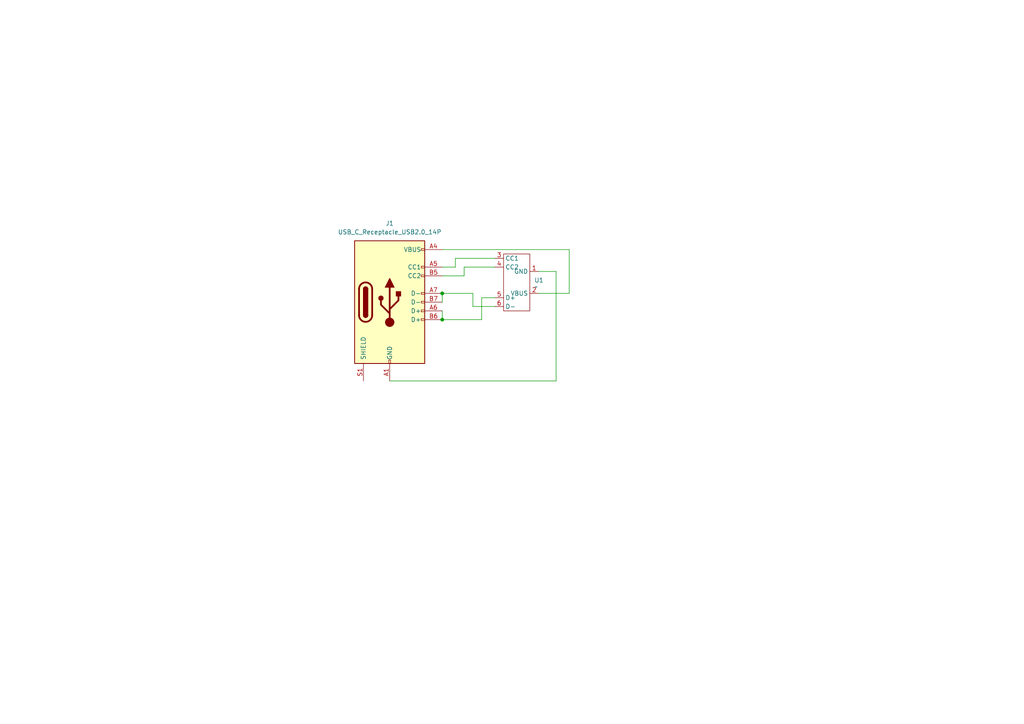
<source format=kicad_sch>
(kicad_sch (version 20231120) (generator "eeschema") (generator_version "8.0")
  (paper "A4")
  (lib_symbols
    (symbol "Connector:USB_C_Receptacle_USB2.0_14P" (pin_names (offset 1.016))
      (property "Reference" "J" (at 0 22.225 0))
      (property "Value" "USB_C_Receptacle_USB2.0_14P" (at 0 19.685 0))
      (symbol "USB_C_Receptacle_USB2.0_14P_0_0"
        (rectangle (start -0.254 -17.78) (end 0.254 -16.764))
        (rectangle (start 10.16 -4.826) (end 9.144 -5.334))
        (rectangle (start 10.16 -2.286) (end 9.144 -2.794))
        (rectangle (start 10.16 0.254) (end 9.144 -0.254))
        (rectangle (start 10.16 2.794) (end 9.144 2.286))
        (rectangle (start 10.16 7.874) (end 9.144 7.366))
        (rectangle (start 10.16 10.414) (end 9.144 9.906))
        (rectangle (start 10.16 15.494) (end 9.144 14.986))
      )
      (symbol "USB_C_Receptacle_USB2.0_14P_0_1"
        (rectangle (start -10.16 17.78) (end 10.16 -17.78) (stroke (width 0.254)) (fill (type background)))
        (arc (start -8.89 -3.81) (mid -6.985 -5.7067) (end -5.08 -3.81) (stroke (width 0.508)))
        (arc (start -7.62 -3.81) (mid -6.985 -4.4423) (end -6.35 -3.81) (stroke (width 0.254)))
        (arc (start -7.62 -3.81) (mid -6.985 -4.4423) (end -6.35 -3.81) (stroke (width 0.254)) (fill (type outline)))
        (rectangle (start -7.62 -3.81) (end -6.35 3.81) (stroke (width 0.254)) (fill (type outline)))
        (arc (start -6.35 3.81) (mid -6.985 4.4423) (end -7.62 3.81) (stroke (width 0.254)))
        (arc (start -6.35 3.81) (mid -6.985 4.4423) (end -7.62 3.81) (stroke (width 0.254)) (fill (type outline)))
        (arc (start -5.08 3.81) (mid -6.985 5.7067) (end -8.89 3.81) (stroke (width 0.508)))
        (circle (center -2.54 1.143) (radius 0.635) (stroke (width 0.254)) (fill (type outline)))
        (circle (center 0 -5.842) (radius 1.27) (fill (type outline)))
        (polyline (pts (xy -8.89 -3.81) (xy -8.89 3.81)) (stroke (width 0.508)))
        (polyline (pts (xy -5.08 3.81) (xy -5.08 -3.81)) (stroke (width 0.508)))
        (polyline (pts (xy 0 -5.842) (xy 0 4.318)) (stroke (width 0.508)))
        (polyline (pts (xy 0 -3.302) (xy -2.54 -0.762) (xy -2.54 0.508)) (stroke (width 0.508)))
        (polyline (pts (xy 0 -2.032) (xy 2.54 0.508) (xy 2.54 1.778)) (stroke (width 0.508)))
        (polyline (pts (xy -1.27 4.318) (xy 0 6.858) (xy 1.27 4.318) (xy -1.27 4.318)) (stroke (width 0.254)) (fill (type outline)))
        (rectangle (start 1.905 1.778) (end 3.175 3.048) (stroke (width 0.254)) (fill (type outline)))
      )
      (symbol "USB_C_Receptacle_USB2.0_14P_1_1"
        (pin passive line (at 0 -22.86 90) (length 5.08) (name "GND") (number "A1"))
        (pin passive line (at 0 -22.86 90) (length 5.08) hide (name "GND") (number "A12"))
        (pin passive line (at 15.24 15.24 180) (length 5.08) (name "VBUS") (number "A4"))
        (pin bidirectional line (at 15.24 10.16 180) (length 5.08) (name "CC1") (number "A5"))
        (pin bidirectional line (at 15.24 -2.54 180) (length 5.08) (name "D+") (number "A6"))
        (pin bidirectional line (at 15.24 2.54 180) (length 5.08) (name "D-") (number "A7"))
        (pin passive line (at 15.24 15.24 180) (length 5.08) hide (name "VBUS") (number "A9"))
        (pin passive line (at 0 -22.86 90) (length 5.08) hide (name "GND") (number "B1"))
        (pin passive line (at 0 -22.86 90) (length 5.08) hide (name "GND") (number "B12"))
        (pin passive line (at 15.24 15.24 180) (length 5.08) hide (name "VBUS") (number "B4"))
        (pin bidirectional line (at 15.24 7.62 180) (length 5.08) (name "CC2") (number "B5"))
        (pin bidirectional line (at 15.24 -5.08 180) (length 5.08) (name "D+") (number "B6"))
        (pin bidirectional line (at 15.24 0 180) (length 5.08) (name "D-") (number "B7"))
        (pin passive line (at 15.24 15.24 180) (length 5.08) hide (name "VBUS") (number "B9"))
        (pin passive line (at -7.62 -22.86 90) (length 5.08) (name "SHIELD") (number "S1"))
      )
    )
    (symbol "Erin's Parts:Type-C-Recessed-Tombstone"
      (property "Reference" "U" (at 0 0 0))
      (symbol "Type-C-Recessed-Tombstone_0_0"
        (pin unspecified line (at 12.7 -2.54 180) (length 2.54) (name "GND") (number "1"))
        (pin unspecified line (at 12.7 -8.89 180) (length 2.54) (name "VBUS") (number "2"))
        (pin unspecified line (at 0 1.27 0) (length 2.54) (name "CC1") (number "3"))
        (pin unspecified line (at 0 -1.27 0) (length 2.54) (name "CC2") (number "4"))
        (pin unspecified line (at 0 -10.16 0) (length 2.54) (name "D+") (number "5"))
        (pin unspecified line (at 0 -12.7 0) (length 2.54) (name "D-") (number "6"))
      )
      (symbol "Type-C-Recessed-Tombstone_0_1"
        (rectangle (start 2.54 2.54) (end 10.16 -13.97))
      )
    )
  )
  (junction (at 128.27 92.71))
  (junction (at 128.27 85.09))
  (wire (pts (xy 143.51 86.36) (xy 139.7 86.36)))
  (wire (pts (xy 128.27 77.47) (xy 132.08 77.47)))
  (wire (pts (xy 161.29 110.49) (xy 161.29 78.74)))
  (wire (pts (xy 139.7 86.36) (xy 139.7 92.71)))
  (wire (pts (xy 128.27 80.01) (xy 134.62 80.01)))
  (wire (pts (xy 143.51 88.9) (xy 137.16 88.9)))
  (wire (pts (xy 113.03 110.49) (xy 161.29 110.49)))
  (wire (pts (xy 134.62 80.01) (xy 134.62 77.47)))
  (wire (pts (xy 128.27 72.39) (xy 165.1 72.39)))
  (wire (pts (xy 139.7 92.71) (xy 128.27 92.71)))
  (wire (pts (xy 132.08 74.93) (xy 143.51 74.93)))
  (wire (pts (xy 137.16 85.09) (xy 128.27 85.09)))
  (wire (pts (xy 132.08 77.47) (xy 132.08 74.93)))
  (wire (pts (xy 134.62 77.47) (xy 143.51 77.47)))
  (wire (pts (xy 165.1 85.09) (xy 156.21 85.09)))
  (wire (pts (xy 128.27 85.09) (xy 128.27 87.63)))
  (wire (pts (xy 161.29 78.74) (xy 156.21 78.74)))
  (wire (pts (xy 137.16 88.9) (xy 137.16 85.09)))
  (wire (pts (xy 128.27 90.17) (xy 128.27 92.71)))
  (wire (pts (xy 165.1 72.39) (xy 165.1 85.09)))
  (symbol (lib_id "Connector:USB_C_Receptacle_USB2.0_14P") (at 113.03 87.63 0) (unit 1)
    (property "Reference" "J1" (at 113.03 64.77 0))
    (property "Value" "USB_C_Receptacle_USB2.0_14P" (at 113.03 67.31 0))
    (property "Footprint" "Connector_USB:USB_C_Receptacle_G-Switch_GT-USB-7010ASV" (effects (hide yes)))
    (property "Datasheet" "https://www.usb.org/sites/default/files/documents/usb_type-c.zip" (effects (hide yes)))
    (property "Description" "USB 2.0-only 14P Type-C Receptacle connector" (effects (hide yes)))
  )
  (symbol (lib_id "Erin's Parts:Type-C-Recessed-Tombstone") (at 143.51 76.2 0) (unit 1)
    (property "Reference" "U1" (at 154.94 81.2799 0) (effects (justify left)))
    (property "Value" "~" (at 154.94 83.185 0) (effects (justify left)))
    (property "Footprint" "Type-C-Recessed:Type-C-Recessed-PD Tombstone" (effects (hide yes)))
  )
)
</source>
